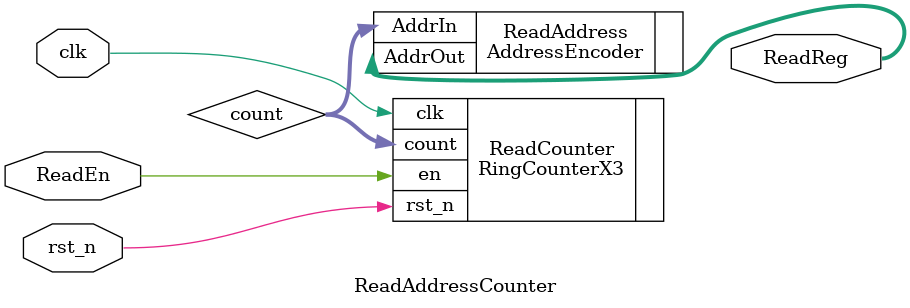
<source format=v>
`timescale 1ns / 1ps


module ReadAddressCounter( //register file¿¡ ÀúÀåµÈ °ö¼À °á°ú¸¦ ÀÐ¾î¿Ã ¶§ ÇÊ¿äÇÑ ÁÖ¼Ò¸¦ °è»ê
    clk, rst_n, ReadEn, 
    ReadReg
);

input clk, rst_n; //1bit input
input ReadEn; //1bit input
output [3:0] ReadReg; //4bit output
wire [14:0] count; //ring counter x3¿¡¼­ address encoder·Î °ªÀ» Àü´ÞÇÏ±â À§ÇÑ wire
parameter initReadReg = 0; //3°³ÀÇ ReadReg ½ÃÀÛ ¼ýÀÚ¸¦ Á¦¾îÇÏ±â À§ÇÑ ÆÄ¶ó¹ÌÅÍ

//RingCounterX3¿Í AddressEncoder ¸ðµâ¿¡ °ª Àü´Þ
RingCounterX3 #(.initCount(initReadReg)) ReadCounter (.clk(clk), .rst_n(rst_n), .en(ReadEn), .count(count));
AddressEncoder ReadAddress (.AddrIn(count), .AddrOut(ReadReg));

endmodule

</source>
